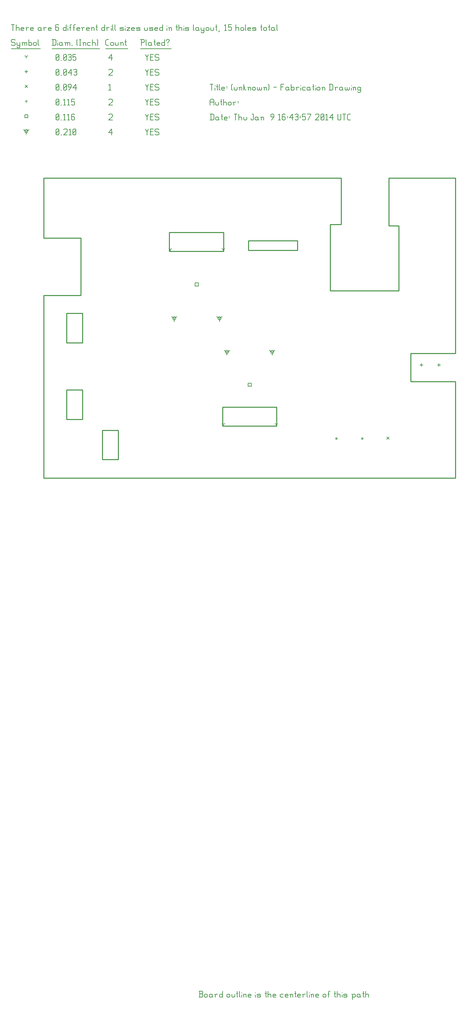
<source format=gbr>
G04 start of page 14 for group -3984 idx -3984 *
G04 Title: (unknown), fab *
G04 Creator: pcb 20110918 *
G04 CreationDate: Thu Jan  9 16:43:57 2014 UTC *
G04 For: fosse *
G04 Format: Gerber/RS-274X *
G04 PCB-Dimensions: 550000 850000 *
G04 PCB-Coordinate-Origin: lower left *
%MOIN*%
%FSLAX25Y25*%
%LNFAB*%
%ADD154C,0.0100*%
%ADD153C,0.0075*%
%ADD152C,0.0060*%
%ADD151C,0.0080*%
G54D151*X262410Y639240D02*Y636040D01*
Y639240D02*X265183Y640840D01*
X262410Y639240D02*X259637Y640840D01*
X260810Y639240D02*G75*G03X264010Y639240I1600J0D01*G01*
G75*G03X260810Y639240I-1600J0D01*G01*
X216910D02*Y636040D01*
Y639240D02*X219683Y640840D01*
X216910Y639240D02*X214137Y640840D01*
X215310Y639240D02*G75*G03X218510Y639240I1600J0D01*G01*
G75*G03X215310Y639240I-1600J0D01*G01*
X209350Y673000D02*Y669800D01*
Y673000D02*X212123Y674600D01*
X209350Y673000D02*X206577Y674600D01*
X207750Y673000D02*G75*G03X210950Y673000I1600J0D01*G01*
G75*G03X207750Y673000I-1600J0D01*G01*
X163850D02*Y669800D01*
Y673000D02*X166623Y674600D01*
X163850Y673000D02*X161077Y674600D01*
X162250Y673000D02*G75*G03X165450Y673000I1600J0D01*G01*
G75*G03X162250Y673000I-1600J0D01*G01*
X15000Y861250D02*Y858050D01*
Y861250D02*X17773Y862850D01*
X15000Y861250D02*X12227Y862850D01*
X13400Y861250D02*G75*G03X16600Y861250I1600J0D01*G01*
G75*G03X13400Y861250I-1600J0D01*G01*
G54D152*X135000Y863500D02*X136500Y860500D01*
X138000Y863500D01*
X136500Y860500D02*Y857500D01*
X139800Y860800D02*X142050D01*
X139800Y857500D02*X142800D01*
X139800Y863500D02*Y857500D01*
Y863500D02*X142800D01*
X147600D02*X148350Y862750D01*
X145350Y863500D02*X147600D01*
X144600Y862750D02*X145350Y863500D01*
X144600Y862750D02*Y861250D01*
X145350Y860500D01*
X147600D01*
X148350Y859750D01*
Y858250D01*
X147600Y857500D02*X148350Y858250D01*
X145350Y857500D02*X147600D01*
X144600Y858250D02*X145350Y857500D01*
X98000Y859750D02*X101000Y863500D01*
X98000Y859750D02*X101750D01*
X101000Y863500D02*Y857500D01*
X45000Y858250D02*X45750Y857500D01*
X45000Y862750D02*Y858250D01*
Y862750D02*X45750Y863500D01*
X47250D01*
X48000Y862750D01*
Y858250D01*
X47250Y857500D02*X48000Y858250D01*
X45750Y857500D02*X47250D01*
X45000Y859000D02*X48000Y862000D01*
X49800Y857500D02*X50550D01*
X52350Y862750D02*X53100Y863500D01*
X55350D01*
X56100Y862750D01*
Y861250D01*
X52350Y857500D02*X56100Y861250D01*
X52350Y857500D02*X56100D01*
X57900Y862300D02*X59100Y863500D01*
Y857500D01*
X57900D02*X60150D01*
X61950Y858250D02*X62700Y857500D01*
X61950Y862750D02*Y858250D01*
Y862750D02*X62700Y863500D01*
X64200D01*
X64950Y862750D01*
Y858250D01*
X64200Y857500D02*X64950Y858250D01*
X62700Y857500D02*X64200D01*
X61950Y859000D02*X64950Y862000D01*
X238310Y607840D02*X241510D01*
X238310D02*Y604640D01*
X241510D01*
Y607840D02*Y604640D01*
X184900Y708600D02*X188100D01*
X184900D02*Y705400D01*
X188100D01*
Y708600D02*Y705400D01*
X13400Y877850D02*X16600D01*
X13400D02*Y874650D01*
X16600D01*
Y877850D02*Y874650D01*
X135000Y878500D02*X136500Y875500D01*
X138000Y878500D01*
X136500Y875500D02*Y872500D01*
X139800Y875800D02*X142050D01*
X139800Y872500D02*X142800D01*
X139800Y878500D02*Y872500D01*
Y878500D02*X142800D01*
X147600D02*X148350Y877750D01*
X145350Y878500D02*X147600D01*
X144600Y877750D02*X145350Y878500D01*
X144600Y877750D02*Y876250D01*
X145350Y875500D01*
X147600D01*
X148350Y874750D01*
Y873250D01*
X147600Y872500D02*X148350Y873250D01*
X145350Y872500D02*X147600D01*
X144600Y873250D02*X145350Y872500D01*
X98000Y877750D02*X98750Y878500D01*
X101000D01*
X101750Y877750D01*
Y876250D01*
X98000Y872500D02*X101750Y876250D01*
X98000Y872500D02*X101750D01*
X45000Y873250D02*X45750Y872500D01*
X45000Y877750D02*Y873250D01*
Y877750D02*X45750Y878500D01*
X47250D01*
X48000Y877750D01*
Y873250D01*
X47250Y872500D02*X48000Y873250D01*
X45750Y872500D02*X47250D01*
X45000Y874000D02*X48000Y877000D01*
X49800Y872500D02*X50550D01*
X52350Y877300D02*X53550Y878500D01*
Y872500D01*
X52350D02*X54600D01*
X56400Y877300D02*X57600Y878500D01*
Y872500D01*
X56400D02*X58650D01*
X62700Y878500D02*X63450Y877750D01*
X61200Y878500D02*X62700D01*
X60450Y877750D02*X61200Y878500D01*
X60450Y877750D02*Y873250D01*
X61200Y872500D01*
X62700Y875800D02*X63450Y875050D01*
X60450Y875800D02*X62700D01*
X61200Y872500D02*X62700D01*
X63450Y873250D01*
Y875050D02*Y873250D01*
X326310Y552090D02*G75*G03X327910Y552090I800J0D01*G01*
G75*G03X326310Y552090I-800J0D01*G01*
X352310D02*G75*G03X353910Y552090I800J0D01*G01*
G75*G03X352310Y552090I-800J0D01*G01*
X14200Y891250D02*G75*G03X15800Y891250I800J0D01*G01*
G75*G03X14200Y891250I-800J0D01*G01*
X135000Y893500D02*X136500Y890500D01*
X138000Y893500D01*
X136500Y890500D02*Y887500D01*
X139800Y890800D02*X142050D01*
X139800Y887500D02*X142800D01*
X139800Y893500D02*Y887500D01*
Y893500D02*X142800D01*
X147600D02*X148350Y892750D01*
X145350Y893500D02*X147600D01*
X144600Y892750D02*X145350Y893500D01*
X144600Y892750D02*Y891250D01*
X145350Y890500D01*
X147600D01*
X148350Y889750D01*
Y888250D01*
X147600Y887500D02*X148350Y888250D01*
X145350Y887500D02*X147600D01*
X144600Y888250D02*X145350Y887500D01*
X98000Y892750D02*X98750Y893500D01*
X101000D01*
X101750Y892750D01*
Y891250D01*
X98000Y887500D02*X101750Y891250D01*
X98000Y887500D02*X101750D01*
X45000Y888250D02*X45750Y887500D01*
X45000Y892750D02*Y888250D01*
Y892750D02*X45750Y893500D01*
X47250D01*
X48000Y892750D01*
Y888250D01*
X47250Y887500D02*X48000Y888250D01*
X45750Y887500D02*X47250D01*
X45000Y889000D02*X48000Y892000D01*
X49800Y887500D02*X50550D01*
X52350Y892300D02*X53550Y893500D01*
Y887500D01*
X52350D02*X54600D01*
X56400Y892300D02*X57600Y893500D01*
Y887500D01*
X56400D02*X58650D01*
X60450Y893500D02*X63450D01*
X60450D02*Y890500D01*
X61200Y891250D01*
X62700D01*
X63450Y890500D01*
Y888250D01*
X62700Y887500D02*X63450Y888250D01*
X61200Y887500D02*X62700D01*
X60450Y888250D02*X61200Y887500D01*
X377800Y553700D02*X380200Y551300D01*
X377800D02*X380200Y553700D01*
X13800Y907450D02*X16200Y905050D01*
X13800D02*X16200Y907450D01*
X135000Y908500D02*X136500Y905500D01*
X138000Y908500D01*
X136500Y905500D02*Y902500D01*
X139800Y905800D02*X142050D01*
X139800Y902500D02*X142800D01*
X139800Y908500D02*Y902500D01*
Y908500D02*X142800D01*
X147600D02*X148350Y907750D01*
X145350Y908500D02*X147600D01*
X144600Y907750D02*X145350Y908500D01*
X144600Y907750D02*Y906250D01*
X145350Y905500D01*
X147600D01*
X148350Y904750D01*
Y903250D01*
X147600Y902500D02*X148350Y903250D01*
X145350Y902500D02*X147600D01*
X144600Y903250D02*X145350Y902500D01*
X98000Y907300D02*X99200Y908500D01*
Y902500D01*
X98000D02*X100250D01*
X45000Y903250D02*X45750Y902500D01*
X45000Y907750D02*Y903250D01*
Y907750D02*X45750Y908500D01*
X47250D01*
X48000Y907750D01*
Y903250D01*
X47250Y902500D02*X48000Y903250D01*
X45750Y902500D02*X47250D01*
X45000Y904000D02*X48000Y907000D01*
X49800Y902500D02*X50550D01*
X52350Y903250D02*X53100Y902500D01*
X52350Y907750D02*Y903250D01*
Y907750D02*X53100Y908500D01*
X54600D01*
X55350Y907750D01*
Y903250D01*
X54600Y902500D02*X55350Y903250D01*
X53100Y902500D02*X54600D01*
X52350Y904000D02*X55350Y907000D01*
X57900Y902500D02*X60150Y905500D01*
Y907750D02*Y905500D01*
X59400Y908500D02*X60150Y907750D01*
X57900Y908500D02*X59400D01*
X57150Y907750D02*X57900Y908500D01*
X57150Y907750D02*Y906250D01*
X57900Y905500D01*
X60150D01*
X61950Y904750D02*X64950Y908500D01*
X61950Y904750D02*X65700D01*
X64950Y908500D02*Y902500D01*
X430327Y627856D02*Y624656D01*
X428727Y626256D02*X431927D01*
X412610Y627856D02*Y624656D01*
X411010Y626256D02*X414210D01*
X15000Y922850D02*Y919650D01*
X13400Y921250D02*X16600D01*
X135000Y923500D02*X136500Y920500D01*
X138000Y923500D01*
X136500Y920500D02*Y917500D01*
X139800Y920800D02*X142050D01*
X139800Y917500D02*X142800D01*
X139800Y923500D02*Y917500D01*
Y923500D02*X142800D01*
X147600D02*X148350Y922750D01*
X145350Y923500D02*X147600D01*
X144600Y922750D02*X145350Y923500D01*
X144600Y922750D02*Y921250D01*
X145350Y920500D01*
X147600D01*
X148350Y919750D01*
Y918250D01*
X147600Y917500D02*X148350Y918250D01*
X145350Y917500D02*X147600D01*
X144600Y918250D02*X145350Y917500D01*
X98000Y922750D02*X98750Y923500D01*
X101000D01*
X101750Y922750D01*
Y921250D01*
X98000Y917500D02*X101750Y921250D01*
X98000Y917500D02*X101750D01*
X45000Y918250D02*X45750Y917500D01*
X45000Y922750D02*Y918250D01*
Y922750D02*X45750Y923500D01*
X47250D01*
X48000Y922750D01*
Y918250D01*
X47250Y917500D02*X48000Y918250D01*
X45750Y917500D02*X47250D01*
X45000Y919000D02*X48000Y922000D01*
X49800Y917500D02*X50550D01*
X52350Y918250D02*X53100Y917500D01*
X52350Y922750D02*Y918250D01*
Y922750D02*X53100Y923500D01*
X54600D01*
X55350Y922750D01*
Y918250D01*
X54600Y917500D02*X55350Y918250D01*
X53100Y917500D02*X54600D01*
X52350Y919000D02*X55350Y922000D01*
X57150Y919750D02*X60150Y923500D01*
X57150Y919750D02*X60900D01*
X60150Y923500D02*Y917500D01*
X62700Y922750D02*X63450Y923500D01*
X64950D01*
X65700Y922750D01*
X64950Y917500D02*X65700Y918250D01*
X63450Y917500D02*X64950D01*
X62700Y918250D02*X63450Y917500D01*
Y920800D02*X64950D01*
X65700Y922750D02*Y921550D01*
Y920050D02*Y918250D01*
Y920050D02*X64950Y920800D01*
X65700Y921550D02*X64950Y920800D01*
X266485Y566444D02*Y564844D01*
Y566444D02*X267872Y567244D01*
X266485Y566444D02*X265098Y567244D01*
X213335Y566444D02*Y564844D01*
Y566444D02*X214722Y567244D01*
X213335Y566444D02*X211948Y567244D01*
X213076Y742206D02*Y740606D01*
Y742206D02*X214463Y743006D01*
X213076Y742206D02*X211689Y743006D01*
X159926Y742206D02*Y740606D01*
Y742206D02*X161313Y743006D01*
X159926Y742206D02*X158539Y743006D01*
X15000Y936250D02*Y934650D01*
Y936250D02*X16387Y937050D01*
X15000Y936250D02*X13613Y937050D01*
X135000Y938500D02*X136500Y935500D01*
X138000Y938500D01*
X136500Y935500D02*Y932500D01*
X139800Y935800D02*X142050D01*
X139800Y932500D02*X142800D01*
X139800Y938500D02*Y932500D01*
Y938500D02*X142800D01*
X147600D02*X148350Y937750D01*
X145350Y938500D02*X147600D01*
X144600Y937750D02*X145350Y938500D01*
X144600Y937750D02*Y936250D01*
X145350Y935500D01*
X147600D01*
X148350Y934750D01*
Y933250D01*
X147600Y932500D02*X148350Y933250D01*
X145350Y932500D02*X147600D01*
X144600Y933250D02*X145350Y932500D01*
X98000Y934750D02*X101000Y938500D01*
X98000Y934750D02*X101750D01*
X101000Y938500D02*Y932500D01*
X45000Y933250D02*X45750Y932500D01*
X45000Y937750D02*Y933250D01*
Y937750D02*X45750Y938500D01*
X47250D01*
X48000Y937750D01*
Y933250D01*
X47250Y932500D02*X48000Y933250D01*
X45750Y932500D02*X47250D01*
X45000Y934000D02*X48000Y937000D01*
X49800Y932500D02*X50550D01*
X52350Y933250D02*X53100Y932500D01*
X52350Y937750D02*Y933250D01*
Y937750D02*X53100Y938500D01*
X54600D01*
X55350Y937750D01*
Y933250D01*
X54600Y932500D02*X55350Y933250D01*
X53100Y932500D02*X54600D01*
X52350Y934000D02*X55350Y937000D01*
X57150Y937750D02*X57900Y938500D01*
X59400D01*
X60150Y937750D01*
X59400Y932500D02*X60150Y933250D01*
X57900Y932500D02*X59400D01*
X57150Y933250D02*X57900Y932500D01*
Y935800D02*X59400D01*
X60150Y937750D02*Y936550D01*
Y935050D02*Y933250D01*
Y935050D02*X59400Y935800D01*
X60150Y936550D02*X59400Y935800D01*
X61950Y938500D02*X64950D01*
X61950D02*Y935500D01*
X62700Y936250D01*
X64200D01*
X64950Y935500D01*
Y933250D01*
X64200Y932500D02*X64950Y933250D01*
X62700Y932500D02*X64200D01*
X61950Y933250D02*X62700Y932500D01*
X3000Y953500D02*X3750Y952750D01*
X750Y953500D02*X3000D01*
X0Y952750D02*X750Y953500D01*
X0Y952750D02*Y951250D01*
X750Y950500D01*
X3000D01*
X3750Y949750D01*
Y948250D01*
X3000Y947500D02*X3750Y948250D01*
X750Y947500D02*X3000D01*
X0Y948250D02*X750Y947500D01*
X5550Y950500D02*Y948250D01*
X6300Y947500D01*
X8550Y950500D02*Y946000D01*
X7800Y945250D02*X8550Y946000D01*
X6300Y945250D02*X7800D01*
X5550Y946000D02*X6300Y945250D01*
Y947500D02*X7800D01*
X8550Y948250D01*
X11100Y949750D02*Y947500D01*
Y949750D02*X11850Y950500D01*
X12600D01*
X13350Y949750D01*
Y947500D01*
Y949750D02*X14100Y950500D01*
X14850D01*
X15600Y949750D01*
Y947500D01*
X10350Y950500D02*X11100Y949750D01*
X17400Y953500D02*Y947500D01*
Y948250D02*X18150Y947500D01*
X19650D01*
X20400Y948250D01*
Y949750D02*Y948250D01*
X19650Y950500D02*X20400Y949750D01*
X18150Y950500D02*X19650D01*
X17400Y949750D02*X18150Y950500D01*
X22200Y949750D02*Y948250D01*
Y949750D02*X22950Y950500D01*
X24450D01*
X25200Y949750D01*
Y948250D01*
X24450Y947500D02*X25200Y948250D01*
X22950Y947500D02*X24450D01*
X22200Y948250D02*X22950Y947500D01*
X27000Y953500D02*Y948250D01*
X27750Y947500D01*
X0Y944250D02*X29250D01*
X41750Y953500D02*Y947500D01*
X43700Y953500D02*X44750Y952450D01*
Y948550D01*
X43700Y947500D02*X44750Y948550D01*
X41000Y947500D02*X43700D01*
X41000Y953500D02*X43700D01*
G54D153*X46550Y952000D02*Y951850D01*
G54D152*Y949750D02*Y947500D01*
X50300Y950500D02*X51050Y949750D01*
X48800Y950500D02*X50300D01*
X48050Y949750D02*X48800Y950500D01*
X48050Y949750D02*Y948250D01*
X48800Y947500D01*
X51050Y950500D02*Y948250D01*
X51800Y947500D01*
X48800D02*X50300D01*
X51050Y948250D01*
X54350Y949750D02*Y947500D01*
Y949750D02*X55100Y950500D01*
X55850D01*
X56600Y949750D01*
Y947500D01*
Y949750D02*X57350Y950500D01*
X58100D01*
X58850Y949750D01*
Y947500D01*
X53600Y950500D02*X54350Y949750D01*
X60650Y947500D02*X61400D01*
X65900Y948250D02*X66650Y947500D01*
X65900Y952750D02*X66650Y953500D01*
X65900Y952750D02*Y948250D01*
X68450Y953500D02*X69950D01*
X69200D02*Y947500D01*
X68450D02*X69950D01*
X72500Y949750D02*Y947500D01*
Y949750D02*X73250Y950500D01*
X74000D01*
X74750Y949750D01*
Y947500D01*
X71750Y950500D02*X72500Y949750D01*
X77300Y950500D02*X79550D01*
X76550Y949750D02*X77300Y950500D01*
X76550Y949750D02*Y948250D01*
X77300Y947500D01*
X79550D01*
X81350Y953500D02*Y947500D01*
Y949750D02*X82100Y950500D01*
X83600D01*
X84350Y949750D01*
Y947500D01*
X86150Y953500D02*X86900Y952750D01*
Y948250D01*
X86150Y947500D02*X86900Y948250D01*
X41000Y944250D02*X88700D01*
X96050Y947500D02*X98000D01*
X95000Y948550D02*X96050Y947500D01*
X95000Y952450D02*Y948550D01*
Y952450D02*X96050Y953500D01*
X98000D01*
X99800Y949750D02*Y948250D01*
Y949750D02*X100550Y950500D01*
X102050D01*
X102800Y949750D01*
Y948250D01*
X102050Y947500D02*X102800Y948250D01*
X100550Y947500D02*X102050D01*
X99800Y948250D02*X100550Y947500D01*
X104600Y950500D02*Y948250D01*
X105350Y947500D01*
X106850D01*
X107600Y948250D01*
Y950500D02*Y948250D01*
X110150Y949750D02*Y947500D01*
Y949750D02*X110900Y950500D01*
X111650D01*
X112400Y949750D01*
Y947500D01*
X109400Y950500D02*X110150Y949750D01*
X114950Y953500D02*Y948250D01*
X115700Y947500D01*
X114200Y951250D02*X115700D01*
X95000Y944250D02*X117200D01*
X130750Y953500D02*Y947500D01*
X130000Y953500D02*X133000D01*
X133750Y952750D01*
Y951250D01*
X133000Y950500D02*X133750Y951250D01*
X130750Y950500D02*X133000D01*
X135550Y953500D02*Y948250D01*
X136300Y947500D01*
X140050Y950500D02*X140800Y949750D01*
X138550Y950500D02*X140050D01*
X137800Y949750D02*X138550Y950500D01*
X137800Y949750D02*Y948250D01*
X138550Y947500D01*
X140800Y950500D02*Y948250D01*
X141550Y947500D01*
X138550D02*X140050D01*
X140800Y948250D01*
X144100Y953500D02*Y948250D01*
X144850Y947500D01*
X143350Y951250D02*X144850D01*
X147100Y947500D02*X149350D01*
X146350Y948250D02*X147100Y947500D01*
X146350Y949750D02*Y948250D01*
Y949750D02*X147100Y950500D01*
X148600D01*
X149350Y949750D01*
X146350Y949000D02*X149350D01*
Y949750D02*Y949000D01*
X154150Y953500D02*Y947500D01*
X153400D02*X154150Y948250D01*
X151900Y947500D02*X153400D01*
X151150Y948250D02*X151900Y947500D01*
X151150Y949750D02*Y948250D01*
Y949750D02*X151900Y950500D01*
X153400D01*
X154150Y949750D01*
X157450Y950500D02*Y949750D01*
Y948250D02*Y947500D01*
X155950Y952750D02*Y952000D01*
Y952750D02*X156700Y953500D01*
X158200D01*
X158950Y952750D01*
Y952000D01*
X157450Y950500D02*X158950Y952000D01*
X130000Y944250D02*X160750D01*
X0Y968500D02*X3000D01*
X1500D02*Y962500D01*
X4800Y968500D02*Y962500D01*
Y964750D02*X5550Y965500D01*
X7050D01*
X7800Y964750D01*
Y962500D01*
X10350D02*X12600D01*
X9600Y963250D02*X10350Y962500D01*
X9600Y964750D02*Y963250D01*
Y964750D02*X10350Y965500D01*
X11850D01*
X12600Y964750D01*
X9600Y964000D02*X12600D01*
Y964750D02*Y964000D01*
X15150Y964750D02*Y962500D01*
Y964750D02*X15900Y965500D01*
X17400D01*
X14400D02*X15150Y964750D01*
X19950Y962500D02*X22200D01*
X19200Y963250D02*X19950Y962500D01*
X19200Y964750D02*Y963250D01*
Y964750D02*X19950Y965500D01*
X21450D01*
X22200Y964750D01*
X19200Y964000D02*X22200D01*
Y964750D02*Y964000D01*
X28950Y965500D02*X29700Y964750D01*
X27450Y965500D02*X28950D01*
X26700Y964750D02*X27450Y965500D01*
X26700Y964750D02*Y963250D01*
X27450Y962500D01*
X29700Y965500D02*Y963250D01*
X30450Y962500D01*
X27450D02*X28950D01*
X29700Y963250D01*
X33000Y964750D02*Y962500D01*
Y964750D02*X33750Y965500D01*
X35250D01*
X32250D02*X33000Y964750D01*
X37800Y962500D02*X40050D01*
X37050Y963250D02*X37800Y962500D01*
X37050Y964750D02*Y963250D01*
Y964750D02*X37800Y965500D01*
X39300D01*
X40050Y964750D01*
X37050Y964000D02*X40050D01*
Y964750D02*Y964000D01*
X46800Y968500D02*X47550Y967750D01*
X45300Y968500D02*X46800D01*
X44550Y967750D02*X45300Y968500D01*
X44550Y967750D02*Y963250D01*
X45300Y962500D01*
X46800Y965800D02*X47550Y965050D01*
X44550Y965800D02*X46800D01*
X45300Y962500D02*X46800D01*
X47550Y963250D01*
Y965050D02*Y963250D01*
X55050Y968500D02*Y962500D01*
X54300D02*X55050Y963250D01*
X52800Y962500D02*X54300D01*
X52050Y963250D02*X52800Y962500D01*
X52050Y964750D02*Y963250D01*
Y964750D02*X52800Y965500D01*
X54300D01*
X55050Y964750D01*
G54D153*X56850Y967000D02*Y966850D01*
G54D152*Y964750D02*Y962500D01*
X59100Y967750D02*Y962500D01*
Y967750D02*X59850Y968500D01*
X60600D01*
X58350Y965500D02*X59850D01*
X62850Y967750D02*Y962500D01*
Y967750D02*X63600Y968500D01*
X64350D01*
X62100Y965500D02*X63600D01*
X66600Y962500D02*X68850D01*
X65850Y963250D02*X66600Y962500D01*
X65850Y964750D02*Y963250D01*
Y964750D02*X66600Y965500D01*
X68100D01*
X68850Y964750D01*
X65850Y964000D02*X68850D01*
Y964750D02*Y964000D01*
X71400Y964750D02*Y962500D01*
Y964750D02*X72150Y965500D01*
X73650D01*
X70650D02*X71400Y964750D01*
X76200Y962500D02*X78450D01*
X75450Y963250D02*X76200Y962500D01*
X75450Y964750D02*Y963250D01*
Y964750D02*X76200Y965500D01*
X77700D01*
X78450Y964750D01*
X75450Y964000D02*X78450D01*
Y964750D02*Y964000D01*
X81000Y964750D02*Y962500D01*
Y964750D02*X81750Y965500D01*
X82500D01*
X83250Y964750D01*
Y962500D01*
X80250Y965500D02*X81000Y964750D01*
X85800Y968500D02*Y963250D01*
X86550Y962500D01*
X85050Y966250D02*X86550D01*
X93750Y968500D02*Y962500D01*
X93000D02*X93750Y963250D01*
X91500Y962500D02*X93000D01*
X90750Y963250D02*X91500Y962500D01*
X90750Y964750D02*Y963250D01*
Y964750D02*X91500Y965500D01*
X93000D01*
X93750Y964750D01*
X96300D02*Y962500D01*
Y964750D02*X97050Y965500D01*
X98550D01*
X95550D02*X96300Y964750D01*
G54D153*X100350Y967000D02*Y966850D01*
G54D152*Y964750D02*Y962500D01*
X101850Y968500D02*Y963250D01*
X102600Y962500D01*
X104100Y968500D02*Y963250D01*
X104850Y962500D01*
X109800D02*X112050D01*
X112800Y963250D01*
X112050Y964000D02*X112800Y963250D01*
X109800Y964000D02*X112050D01*
X109050Y964750D02*X109800Y964000D01*
X109050Y964750D02*X109800Y965500D01*
X112050D01*
X112800Y964750D01*
X109050Y963250D02*X109800Y962500D01*
G54D153*X114600Y967000D02*Y966850D01*
G54D152*Y964750D02*Y962500D01*
X116100Y965500D02*X119100D01*
X116100Y962500D02*X119100Y965500D01*
X116100Y962500D02*X119100D01*
X121650D02*X123900D01*
X120900Y963250D02*X121650Y962500D01*
X120900Y964750D02*Y963250D01*
Y964750D02*X121650Y965500D01*
X123150D01*
X123900Y964750D01*
X120900Y964000D02*X123900D01*
Y964750D02*Y964000D01*
X126450Y962500D02*X128700D01*
X129450Y963250D01*
X128700Y964000D02*X129450Y963250D01*
X126450Y964000D02*X128700D01*
X125700Y964750D02*X126450Y964000D01*
X125700Y964750D02*X126450Y965500D01*
X128700D01*
X129450Y964750D01*
X125700Y963250D02*X126450Y962500D01*
X133950Y965500D02*Y963250D01*
X134700Y962500D01*
X136200D01*
X136950Y963250D01*
Y965500D02*Y963250D01*
X139500Y962500D02*X141750D01*
X142500Y963250D01*
X141750Y964000D02*X142500Y963250D01*
X139500Y964000D02*X141750D01*
X138750Y964750D02*X139500Y964000D01*
X138750Y964750D02*X139500Y965500D01*
X141750D01*
X142500Y964750D01*
X138750Y963250D02*X139500Y962500D01*
X145050D02*X147300D01*
X144300Y963250D02*X145050Y962500D01*
X144300Y964750D02*Y963250D01*
Y964750D02*X145050Y965500D01*
X146550D01*
X147300Y964750D01*
X144300Y964000D02*X147300D01*
Y964750D02*Y964000D01*
X152100Y968500D02*Y962500D01*
X151350D02*X152100Y963250D01*
X149850Y962500D02*X151350D01*
X149100Y963250D02*X149850Y962500D01*
X149100Y964750D02*Y963250D01*
Y964750D02*X149850Y965500D01*
X151350D01*
X152100Y964750D01*
G54D153*X156600Y967000D02*Y966850D01*
G54D152*Y964750D02*Y962500D01*
X158850Y964750D02*Y962500D01*
Y964750D02*X159600Y965500D01*
X160350D01*
X161100Y964750D01*
Y962500D01*
X158100Y965500D02*X158850Y964750D01*
X166350Y968500D02*Y963250D01*
X167100Y962500D01*
X165600Y966250D02*X167100D01*
X168600Y968500D02*Y962500D01*
Y964750D02*X169350Y965500D01*
X170850D01*
X171600Y964750D01*
Y962500D01*
G54D153*X173400Y967000D02*Y966850D01*
G54D152*Y964750D02*Y962500D01*
X175650D02*X177900D01*
X178650Y963250D01*
X177900Y964000D02*X178650Y963250D01*
X175650Y964000D02*X177900D01*
X174900Y964750D02*X175650Y964000D01*
X174900Y964750D02*X175650Y965500D01*
X177900D01*
X178650Y964750D01*
X174900Y963250D02*X175650Y962500D01*
X183150Y968500D02*Y963250D01*
X183900Y962500D01*
X187650Y965500D02*X188400Y964750D01*
X186150Y965500D02*X187650D01*
X185400Y964750D02*X186150Y965500D01*
X185400Y964750D02*Y963250D01*
X186150Y962500D01*
X188400Y965500D02*Y963250D01*
X189150Y962500D01*
X186150D02*X187650D01*
X188400Y963250D01*
X190950Y965500D02*Y963250D01*
X191700Y962500D01*
X193950Y965500D02*Y961000D01*
X193200Y960250D02*X193950Y961000D01*
X191700Y960250D02*X193200D01*
X190950Y961000D02*X191700Y960250D01*
Y962500D02*X193200D01*
X193950Y963250D01*
X195750Y964750D02*Y963250D01*
Y964750D02*X196500Y965500D01*
X198000D01*
X198750Y964750D01*
Y963250D01*
X198000Y962500D02*X198750Y963250D01*
X196500Y962500D02*X198000D01*
X195750Y963250D02*X196500Y962500D01*
X200550Y965500D02*Y963250D01*
X201300Y962500D01*
X202800D01*
X203550Y963250D01*
Y965500D02*Y963250D01*
X206100Y968500D02*Y963250D01*
X206850Y962500D01*
X205350Y966250D02*X206850D01*
X208350Y961000D02*X209850Y962500D01*
X214350Y967300D02*X215550Y968500D01*
Y962500D01*
X214350D02*X216600D01*
X218400Y968500D02*X221400D01*
X218400D02*Y965500D01*
X219150Y966250D01*
X220650D01*
X221400Y965500D01*
Y963250D01*
X220650Y962500D02*X221400Y963250D01*
X219150Y962500D02*X220650D01*
X218400Y963250D02*X219150Y962500D01*
X225900Y968500D02*Y962500D01*
Y964750D02*X226650Y965500D01*
X228150D01*
X228900Y964750D01*
Y962500D01*
X230700Y964750D02*Y963250D01*
Y964750D02*X231450Y965500D01*
X232950D01*
X233700Y964750D01*
Y963250D01*
X232950Y962500D02*X233700Y963250D01*
X231450Y962500D02*X232950D01*
X230700Y963250D02*X231450Y962500D01*
X235500Y968500D02*Y963250D01*
X236250Y962500D01*
X238500D02*X240750D01*
X237750Y963250D02*X238500Y962500D01*
X237750Y964750D02*Y963250D01*
Y964750D02*X238500Y965500D01*
X240000D01*
X240750Y964750D01*
X237750Y964000D02*X240750D01*
Y964750D02*Y964000D01*
X243300Y962500D02*X245550D01*
X246300Y963250D01*
X245550Y964000D02*X246300Y963250D01*
X243300Y964000D02*X245550D01*
X242550Y964750D02*X243300Y964000D01*
X242550Y964750D02*X243300Y965500D01*
X245550D01*
X246300Y964750D01*
X242550Y963250D02*X243300Y962500D01*
X251550Y968500D02*Y963250D01*
X252300Y962500D01*
X250800Y966250D02*X252300D01*
X253800Y964750D02*Y963250D01*
Y964750D02*X254550Y965500D01*
X256050D01*
X256800Y964750D01*
Y963250D01*
X256050Y962500D02*X256800Y963250D01*
X254550Y962500D02*X256050D01*
X253800Y963250D02*X254550Y962500D01*
X259350Y968500D02*Y963250D01*
X260100Y962500D01*
X258600Y966250D02*X260100D01*
X263850Y965500D02*X264600Y964750D01*
X262350Y965500D02*X263850D01*
X261600Y964750D02*X262350Y965500D01*
X261600Y964750D02*Y963250D01*
X262350Y962500D01*
X264600Y965500D02*Y963250D01*
X265350Y962500D01*
X262350D02*X263850D01*
X264600Y963250D01*
X267150Y968500D02*Y963250D01*
X267900Y962500D01*
G54D154*X32350Y512560D02*X446850Y512550D01*
Y609290D01*
X401800Y609300D02*Y637700D01*
X446850D01*
Y814150D01*
X389850Y700750D02*X320750D01*
X331850Y767300D02*X331800Y814150D01*
X32350D01*
X446850Y609290D02*X401800Y609300D01*
X389750Y766000D02*X379950D01*
X380000Y814150D01*
X446850D01*
X69750Y696250D02*Y753750D01*
X320750Y767300D02*X331850D01*
X320750Y700750D02*Y767300D01*
X32400Y753750D02*X69750D01*
X389750Y700750D02*Y765750D01*
X32400Y696250D02*X69500D01*
X69750Y696500D01*
X32350Y512560D02*Y696100D01*
X32500Y696250D01*
X32400Y753750D02*Y814050D01*
X32500Y814150D01*
X55500Y678000D02*X71500D01*
Y648500D01*
X55500D01*
Y678000D01*
X159000Y759500D02*Y740500D01*
X213500D01*
Y759500D01*
X159000D01*
X238500Y751000D02*X288000D01*
Y741500D01*
X238500D01*
Y751000D01*
X55500Y601000D02*X71500D01*
Y571500D01*
X55500D01*
Y601000D01*
X91500Y560500D02*X107500D01*
Y531000D01*
X91500D01*
Y560500D01*
X212409Y583738D02*Y564738D01*
X266909D01*
Y583738D01*
X212409D01*
G54D152*X188675Y-9500D02*X191675D01*
X192425Y-8750D01*
Y-6950D02*Y-8750D01*
X191675Y-6200D02*X192425Y-6950D01*
X189425Y-6200D02*X191675D01*
X189425Y-3500D02*Y-9500D01*
X188675Y-3500D02*X191675D01*
X192425Y-4250D01*
Y-5450D01*
X191675Y-6200D02*X192425Y-5450D01*
X194225Y-7250D02*Y-8750D01*
Y-7250D02*X194975Y-6500D01*
X196475D01*
X197225Y-7250D01*
Y-8750D01*
X196475Y-9500D02*X197225Y-8750D01*
X194975Y-9500D02*X196475D01*
X194225Y-8750D02*X194975Y-9500D01*
X201275Y-6500D02*X202025Y-7250D01*
X199775Y-6500D02*X201275D01*
X199025Y-7250D02*X199775Y-6500D01*
X199025Y-7250D02*Y-8750D01*
X199775Y-9500D01*
X202025Y-6500D02*Y-8750D01*
X202775Y-9500D01*
X199775D02*X201275D01*
X202025Y-8750D01*
X205325Y-7250D02*Y-9500D01*
Y-7250D02*X206075Y-6500D01*
X207575D01*
X204575D02*X205325Y-7250D01*
X212375Y-3500D02*Y-9500D01*
X211625D02*X212375Y-8750D01*
X210125Y-9500D02*X211625D01*
X209375Y-8750D02*X210125Y-9500D01*
X209375Y-7250D02*Y-8750D01*
Y-7250D02*X210125Y-6500D01*
X211625D01*
X212375Y-7250D01*
X216875D02*Y-8750D01*
Y-7250D02*X217625Y-6500D01*
X219125D01*
X219875Y-7250D01*
Y-8750D01*
X219125Y-9500D02*X219875Y-8750D01*
X217625Y-9500D02*X219125D01*
X216875Y-8750D02*X217625Y-9500D01*
X221675Y-6500D02*Y-8750D01*
X222425Y-9500D01*
X223925D01*
X224675Y-8750D01*
Y-6500D02*Y-8750D01*
X227225Y-3500D02*Y-8750D01*
X227975Y-9500D01*
X226475Y-5750D02*X227975D01*
X229475Y-3500D02*Y-8750D01*
X230225Y-9500D01*
G54D153*X231725Y-5000D02*Y-5150D01*
G54D152*Y-7250D02*Y-9500D01*
X233975Y-7250D02*Y-9500D01*
Y-7250D02*X234725Y-6500D01*
X235475D01*
X236225Y-7250D01*
Y-9500D01*
X233225Y-6500D02*X233975Y-7250D01*
X238775Y-9500D02*X241025D01*
X238025Y-8750D02*X238775Y-9500D01*
X238025Y-7250D02*Y-8750D01*
Y-7250D02*X238775Y-6500D01*
X240275D01*
X241025Y-7250D01*
X238025Y-8000D02*X241025D01*
Y-7250D02*Y-8000D01*
G54D153*X245525Y-5000D02*Y-5150D01*
G54D152*Y-7250D02*Y-9500D01*
X247775D02*X250025D01*
X250775Y-8750D01*
X250025Y-8000D02*X250775Y-8750D01*
X247775Y-8000D02*X250025D01*
X247025Y-7250D02*X247775Y-8000D01*
X247025Y-7250D02*X247775Y-6500D01*
X250025D01*
X250775Y-7250D01*
X247025Y-8750D02*X247775Y-9500D01*
X256025Y-3500D02*Y-8750D01*
X256775Y-9500D01*
X255275Y-5750D02*X256775D01*
X258275Y-3500D02*Y-9500D01*
Y-7250D02*X259025Y-6500D01*
X260525D01*
X261275Y-7250D01*
Y-9500D01*
X263825D02*X266075D01*
X263075Y-8750D02*X263825Y-9500D01*
X263075Y-7250D02*Y-8750D01*
Y-7250D02*X263825Y-6500D01*
X265325D01*
X266075Y-7250D01*
X263075Y-8000D02*X266075D01*
Y-7250D02*Y-8000D01*
X271325Y-6500D02*X273575D01*
X270575Y-7250D02*X271325Y-6500D01*
X270575Y-7250D02*Y-8750D01*
X271325Y-9500D01*
X273575D01*
X276125D02*X278375D01*
X275375Y-8750D02*X276125Y-9500D01*
X275375Y-7250D02*Y-8750D01*
Y-7250D02*X276125Y-6500D01*
X277625D01*
X278375Y-7250D01*
X275375Y-8000D02*X278375D01*
Y-7250D02*Y-8000D01*
X280925Y-7250D02*Y-9500D01*
Y-7250D02*X281675Y-6500D01*
X282425D01*
X283175Y-7250D01*
Y-9500D01*
X280175Y-6500D02*X280925Y-7250D01*
X285725Y-3500D02*Y-8750D01*
X286475Y-9500D01*
X284975Y-5750D02*X286475D01*
X288725Y-9500D02*X290975D01*
X287975Y-8750D02*X288725Y-9500D01*
X287975Y-7250D02*Y-8750D01*
Y-7250D02*X288725Y-6500D01*
X290225D01*
X290975Y-7250D01*
X287975Y-8000D02*X290975D01*
Y-7250D02*Y-8000D01*
X293525Y-7250D02*Y-9500D01*
Y-7250D02*X294275Y-6500D01*
X295775D01*
X292775D02*X293525Y-7250D01*
X297575Y-3500D02*Y-8750D01*
X298325Y-9500D01*
G54D153*X299825Y-5000D02*Y-5150D01*
G54D152*Y-7250D02*Y-9500D01*
X302075Y-7250D02*Y-9500D01*
Y-7250D02*X302825Y-6500D01*
X303575D01*
X304325Y-7250D01*
Y-9500D01*
X301325Y-6500D02*X302075Y-7250D01*
X306875Y-9500D02*X309125D01*
X306125Y-8750D02*X306875Y-9500D01*
X306125Y-7250D02*Y-8750D01*
Y-7250D02*X306875Y-6500D01*
X308375D01*
X309125Y-7250D01*
X306125Y-8000D02*X309125D01*
Y-7250D02*Y-8000D01*
X313625Y-7250D02*Y-8750D01*
Y-7250D02*X314375Y-6500D01*
X315875D01*
X316625Y-7250D01*
Y-8750D01*
X315875Y-9500D02*X316625Y-8750D01*
X314375Y-9500D02*X315875D01*
X313625Y-8750D02*X314375Y-9500D01*
X319175Y-4250D02*Y-9500D01*
Y-4250D02*X319925Y-3500D01*
X320675D01*
X318425Y-6500D02*X319925D01*
X325625Y-3500D02*Y-8750D01*
X326375Y-9500D01*
X324875Y-5750D02*X326375D01*
X327875Y-3500D02*Y-9500D01*
Y-7250D02*X328625Y-6500D01*
X330125D01*
X330875Y-7250D01*
Y-9500D01*
G54D153*X332675Y-5000D02*Y-5150D01*
G54D152*Y-7250D02*Y-9500D01*
X334925D02*X337175D01*
X337925Y-8750D01*
X337175Y-8000D02*X337925Y-8750D01*
X334925Y-8000D02*X337175D01*
X334175Y-7250D02*X334925Y-8000D01*
X334175Y-7250D02*X334925Y-6500D01*
X337175D01*
X337925Y-7250D01*
X334175Y-8750D02*X334925Y-9500D01*
X343175Y-7250D02*Y-11750D01*
X342425Y-6500D02*X343175Y-7250D01*
X343925Y-6500D01*
X345425D01*
X346175Y-7250D01*
Y-8750D01*
X345425Y-9500D02*X346175Y-8750D01*
X343925Y-9500D02*X345425D01*
X343175Y-8750D02*X343925Y-9500D01*
X350225Y-6500D02*X350975Y-7250D01*
X348725Y-6500D02*X350225D01*
X347975Y-7250D02*X348725Y-6500D01*
X347975Y-7250D02*Y-8750D01*
X348725Y-9500D01*
X350975Y-6500D02*Y-8750D01*
X351725Y-9500D01*
X348725D02*X350225D01*
X350975Y-8750D01*
X354275Y-3500D02*Y-8750D01*
X355025Y-9500D01*
X353525Y-5750D02*X355025D01*
X356525Y-3500D02*Y-9500D01*
Y-7250D02*X357275Y-6500D01*
X358775D01*
X359525Y-7250D01*
Y-9500D01*
X200750Y878500D02*Y872500D01*
X202700Y878500D02*X203750Y877450D01*
Y873550D01*
X202700Y872500D02*X203750Y873550D01*
X200000Y872500D02*X202700D01*
X200000Y878500D02*X202700D01*
X207800Y875500D02*X208550Y874750D01*
X206300Y875500D02*X207800D01*
X205550Y874750D02*X206300Y875500D01*
X205550Y874750D02*Y873250D01*
X206300Y872500D01*
X208550Y875500D02*Y873250D01*
X209300Y872500D01*
X206300D02*X207800D01*
X208550Y873250D01*
X211850Y878500D02*Y873250D01*
X212600Y872500D01*
X211100Y876250D02*X212600D01*
X214850Y872500D02*X217100D01*
X214100Y873250D02*X214850Y872500D01*
X214100Y874750D02*Y873250D01*
Y874750D02*X214850Y875500D01*
X216350D01*
X217100Y874750D01*
X214100Y874000D02*X217100D01*
Y874750D02*Y874000D01*
X218900Y876250D02*X219650D01*
X218900Y874750D02*X219650D01*
X224150Y878500D02*X227150D01*
X225650D02*Y872500D01*
X228950Y878500D02*Y872500D01*
Y874750D02*X229700Y875500D01*
X231200D01*
X231950Y874750D01*
Y872500D01*
X233750Y875500D02*Y873250D01*
X234500Y872500D01*
X236000D01*
X236750Y873250D01*
Y875500D02*Y873250D01*
X242300Y878500D02*X243500D01*
Y873250D01*
X242750Y872500D02*X243500Y873250D01*
X242000Y872500D02*X242750D01*
X241250Y873250D02*X242000Y872500D01*
X241250Y874000D02*Y873250D01*
X247550Y875500D02*X248300Y874750D01*
X246050Y875500D02*X247550D01*
X245300Y874750D02*X246050Y875500D01*
X245300Y874750D02*Y873250D01*
X246050Y872500D01*
X248300Y875500D02*Y873250D01*
X249050Y872500D01*
X246050D02*X247550D01*
X248300Y873250D01*
X251600Y874750D02*Y872500D01*
Y874750D02*X252350Y875500D01*
X253100D01*
X253850Y874750D01*
Y872500D01*
X250850Y875500D02*X251600Y874750D01*
X261800Y872500D02*X264050Y875500D01*
Y877750D02*Y875500D01*
X263300Y878500D02*X264050Y877750D01*
X261800Y878500D02*X263300D01*
X261050Y877750D02*X261800Y878500D01*
X261050Y877750D02*Y876250D01*
X261800Y875500D01*
X264050D01*
X268550Y877300D02*X269750Y878500D01*
Y872500D01*
X268550D02*X270800D01*
X274850Y878500D02*X275600Y877750D01*
X273350Y878500D02*X274850D01*
X272600Y877750D02*X273350Y878500D01*
X272600Y877750D02*Y873250D01*
X273350Y872500D01*
X274850Y875800D02*X275600Y875050D01*
X272600Y875800D02*X274850D01*
X273350Y872500D02*X274850D01*
X275600Y873250D01*
Y875050D02*Y873250D01*
X277400Y876250D02*X278150D01*
X277400Y874750D02*X278150D01*
X279950D02*X282950Y878500D01*
X279950Y874750D02*X283700D01*
X282950Y878500D02*Y872500D01*
X285500Y877750D02*X286250Y878500D01*
X287750D01*
X288500Y877750D01*
X287750Y872500D02*X288500Y873250D01*
X286250Y872500D02*X287750D01*
X285500Y873250D02*X286250Y872500D01*
Y875800D02*X287750D01*
X288500Y877750D02*Y876550D01*
Y875050D02*Y873250D01*
Y875050D02*X287750Y875800D01*
X288500Y876550D02*X287750Y875800D01*
X290300Y876250D02*X291050D01*
X290300Y874750D02*X291050D01*
X292850Y878500D02*X295850D01*
X292850D02*Y875500D01*
X293600Y876250D01*
X295100D01*
X295850Y875500D01*
Y873250D01*
X295100Y872500D02*X295850Y873250D01*
X293600Y872500D02*X295100D01*
X292850Y873250D02*X293600Y872500D01*
X298400D02*X301400Y878500D01*
X297650D02*X301400D01*
X305900Y877750D02*X306650Y878500D01*
X308900D01*
X309650Y877750D01*
Y876250D01*
X305900Y872500D02*X309650Y876250D01*
X305900Y872500D02*X309650D01*
X311450Y873250D02*X312200Y872500D01*
X311450Y877750D02*Y873250D01*
Y877750D02*X312200Y878500D01*
X313700D01*
X314450Y877750D01*
Y873250D01*
X313700Y872500D02*X314450Y873250D01*
X312200Y872500D02*X313700D01*
X311450Y874000D02*X314450Y877000D01*
X316250Y877300D02*X317450Y878500D01*
Y872500D01*
X316250D02*X318500D01*
X320300Y874750D02*X323300Y878500D01*
X320300Y874750D02*X324050D01*
X323300Y878500D02*Y872500D01*
X328550Y878500D02*Y873250D01*
X329300Y872500D01*
X330800D01*
X331550Y873250D01*
Y878500D02*Y873250D01*
X333350Y878500D02*X336350D01*
X334850D02*Y872500D01*
X339200D02*X341150D01*
X338150Y873550D02*X339200Y872500D01*
X338150Y877450D02*Y873550D01*
Y877450D02*X339200Y878500D01*
X341150D01*
X200000Y892000D02*Y887500D01*
Y892000D02*X201050Y893500D01*
X202700D01*
X203750Y892000D01*
Y887500D01*
X200000Y890500D02*X203750D01*
X205550D02*Y888250D01*
X206300Y887500D01*
X207800D01*
X208550Y888250D01*
Y890500D02*Y888250D01*
X211100Y893500D02*Y888250D01*
X211850Y887500D01*
X210350Y891250D02*X211850D01*
X213350Y893500D02*Y887500D01*
Y889750D02*X214100Y890500D01*
X215600D01*
X216350Y889750D01*
Y887500D01*
X218150Y889750D02*Y888250D01*
Y889750D02*X218900Y890500D01*
X220400D01*
X221150Y889750D01*
Y888250D01*
X220400Y887500D02*X221150Y888250D01*
X218900Y887500D02*X220400D01*
X218150Y888250D02*X218900Y887500D01*
X223700Y889750D02*Y887500D01*
Y889750D02*X224450Y890500D01*
X225950D01*
X222950D02*X223700Y889750D01*
X227750Y891250D02*X228500D01*
X227750Y889750D02*X228500D01*
X200000Y908500D02*X203000D01*
X201500D02*Y902500D01*
G54D153*X204800Y907000D02*Y906850D01*
G54D152*Y904750D02*Y902500D01*
X207050Y908500D02*Y903250D01*
X207800Y902500D01*
X206300Y906250D02*X207800D01*
X209300Y908500D02*Y903250D01*
X210050Y902500D01*
X212300D02*X214550D01*
X211550Y903250D02*X212300Y902500D01*
X211550Y904750D02*Y903250D01*
Y904750D02*X212300Y905500D01*
X213800D01*
X214550Y904750D01*
X211550Y904000D02*X214550D01*
Y904750D02*Y904000D01*
X216350Y906250D02*X217100D01*
X216350Y904750D02*X217100D01*
X221600Y903250D02*X222350Y902500D01*
X221600Y907750D02*X222350Y908500D01*
X221600Y907750D02*Y903250D01*
X224150Y905500D02*Y903250D01*
X224900Y902500D01*
X226400D01*
X227150Y903250D01*
Y905500D02*Y903250D01*
X229700Y904750D02*Y902500D01*
Y904750D02*X230450Y905500D01*
X231200D01*
X231950Y904750D01*
Y902500D01*
X228950Y905500D02*X229700Y904750D01*
X233750Y908500D02*Y902500D01*
Y904750D02*X236000Y902500D01*
X233750Y904750D02*X235250Y906250D01*
X238550Y904750D02*Y902500D01*
Y904750D02*X239300Y905500D01*
X240050D01*
X240800Y904750D01*
Y902500D01*
X237800Y905500D02*X238550Y904750D01*
X242600D02*Y903250D01*
Y904750D02*X243350Y905500D01*
X244850D01*
X245600Y904750D01*
Y903250D01*
X244850Y902500D02*X245600Y903250D01*
X243350Y902500D02*X244850D01*
X242600Y903250D02*X243350Y902500D01*
X247400Y905500D02*Y903250D01*
X248150Y902500D01*
X248900D01*
X249650Y903250D01*
Y905500D02*Y903250D01*
X250400Y902500D01*
X251150D01*
X251900Y903250D01*
Y905500D02*Y903250D01*
X254450Y904750D02*Y902500D01*
Y904750D02*X255200Y905500D01*
X255950D01*
X256700Y904750D01*
Y902500D01*
X253700Y905500D02*X254450Y904750D01*
X258500Y908500D02*X259250Y907750D01*
Y903250D01*
X258500Y902500D02*X259250Y903250D01*
X263750Y905500D02*X266750D01*
X271250Y908500D02*Y902500D01*
Y908500D02*X274250D01*
X271250Y905800D02*X273500D01*
X278300Y905500D02*X279050Y904750D01*
X276800Y905500D02*X278300D01*
X276050Y904750D02*X276800Y905500D01*
X276050Y904750D02*Y903250D01*
X276800Y902500D01*
X279050Y905500D02*Y903250D01*
X279800Y902500D01*
X276800D02*X278300D01*
X279050Y903250D01*
X281600Y908500D02*Y902500D01*
Y903250D02*X282350Y902500D01*
X283850D01*
X284600Y903250D01*
Y904750D02*Y903250D01*
X283850Y905500D02*X284600Y904750D01*
X282350Y905500D02*X283850D01*
X281600Y904750D02*X282350Y905500D01*
X287150Y904750D02*Y902500D01*
Y904750D02*X287900Y905500D01*
X289400D01*
X286400D02*X287150Y904750D01*
G54D153*X291200Y907000D02*Y906850D01*
G54D152*Y904750D02*Y902500D01*
X293450Y905500D02*X295700D01*
X292700Y904750D02*X293450Y905500D01*
X292700Y904750D02*Y903250D01*
X293450Y902500D01*
X295700D01*
X299750Y905500D02*X300500Y904750D01*
X298250Y905500D02*X299750D01*
X297500Y904750D02*X298250Y905500D01*
X297500Y904750D02*Y903250D01*
X298250Y902500D01*
X300500Y905500D02*Y903250D01*
X301250Y902500D01*
X298250D02*X299750D01*
X300500Y903250D01*
X303800Y908500D02*Y903250D01*
X304550Y902500D01*
X303050Y906250D02*X304550D01*
G54D153*X306050Y907000D02*Y906850D01*
G54D152*Y904750D02*Y902500D01*
X307550Y904750D02*Y903250D01*
Y904750D02*X308300Y905500D01*
X309800D01*
X310550Y904750D01*
Y903250D01*
X309800Y902500D02*X310550Y903250D01*
X308300Y902500D02*X309800D01*
X307550Y903250D02*X308300Y902500D01*
X313100Y904750D02*Y902500D01*
Y904750D02*X313850Y905500D01*
X314600D01*
X315350Y904750D01*
Y902500D01*
X312350Y905500D02*X313100Y904750D01*
X320600Y908500D02*Y902500D01*
X322550Y908500D02*X323600Y907450D01*
Y903550D01*
X322550Y902500D02*X323600Y903550D01*
X319850Y902500D02*X322550D01*
X319850Y908500D02*X322550D01*
X326150Y904750D02*Y902500D01*
Y904750D02*X326900Y905500D01*
X328400D01*
X325400D02*X326150Y904750D01*
X332450Y905500D02*X333200Y904750D01*
X330950Y905500D02*X332450D01*
X330200Y904750D02*X330950Y905500D01*
X330200Y904750D02*Y903250D01*
X330950Y902500D01*
X333200Y905500D02*Y903250D01*
X333950Y902500D01*
X330950D02*X332450D01*
X333200Y903250D01*
X335750Y905500D02*Y903250D01*
X336500Y902500D01*
X337250D01*
X338000Y903250D01*
Y905500D02*Y903250D01*
X338750Y902500D01*
X339500D01*
X340250Y903250D01*
Y905500D02*Y903250D01*
G54D153*X342050Y907000D02*Y906850D01*
G54D152*Y904750D02*Y902500D01*
X344300Y904750D02*Y902500D01*
Y904750D02*X345050Y905500D01*
X345800D01*
X346550Y904750D01*
Y902500D01*
X343550Y905500D02*X344300Y904750D01*
X350600Y905500D02*X351350Y904750D01*
X349100Y905500D02*X350600D01*
X348350Y904750D02*X349100Y905500D01*
X348350Y904750D02*Y903250D01*
X349100Y902500D01*
X350600D01*
X351350Y903250D01*
X348350Y901000D02*X349100Y900250D01*
X350600D01*
X351350Y901000D01*
Y905500D02*Y901000D01*
M02*

</source>
